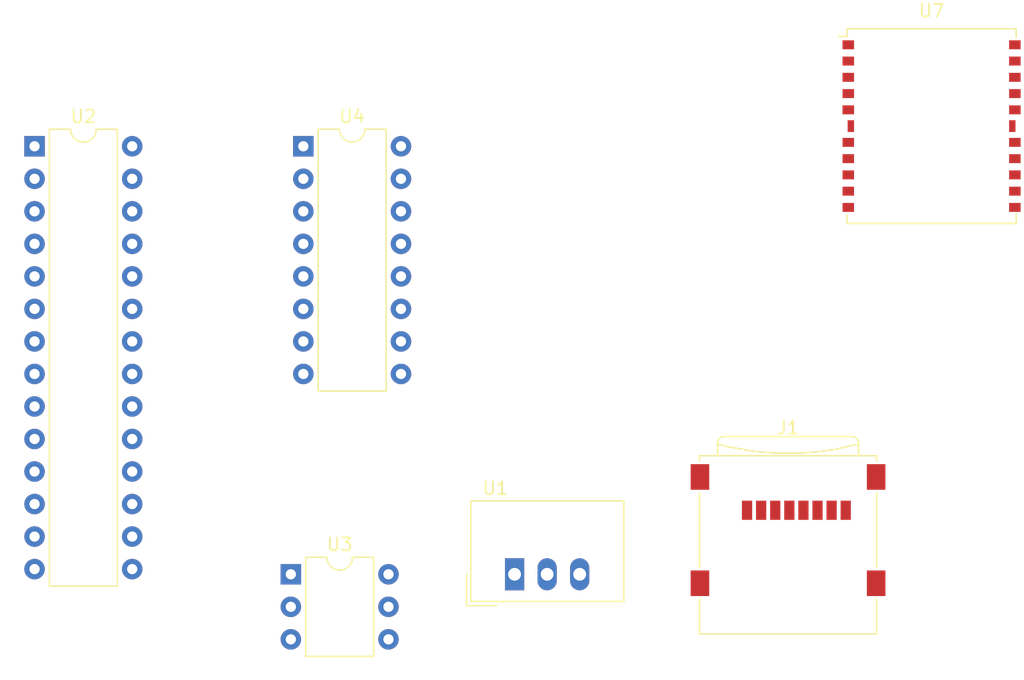
<source format=kicad_pcb>
(kicad_pcb (version 20171130) (host pcbnew "(5.0.1)-4")

  (general
    (thickness 1.6)
    (drawings 0)
    (tracks 0)
    (zones 0)
    (modules 6)
    (nets 5)
  )

  (page A4)
  (layers
    (0 F.Cu signal)
    (31 B.Cu signal)
    (32 B.Adhes user)
    (33 F.Adhes user)
    (34 B.Paste user)
    (35 F.Paste user)
    (36 B.SilkS user)
    (37 F.SilkS user)
    (38 B.Mask user)
    (39 F.Mask user)
    (40 Dwgs.User user)
    (41 Cmts.User user)
    (42 Eco1.User user)
    (43 Eco2.User user)
    (44 Edge.Cuts user)
    (45 Margin user)
    (46 B.CrtYd user)
    (47 F.CrtYd user)
    (48 B.Fab user)
    (49 F.Fab user)
  )

  (setup
    (last_trace_width 0.25)
    (trace_clearance 0.2)
    (zone_clearance 0.508)
    (zone_45_only no)
    (trace_min 0.2)
    (segment_width 0.2)
    (edge_width 0.15)
    (via_size 0.8)
    (via_drill 0.4)
    (via_min_size 0.4)
    (via_min_drill 0.3)
    (uvia_size 0.3)
    (uvia_drill 0.1)
    (uvias_allowed no)
    (uvia_min_size 0.2)
    (uvia_min_drill 0.1)
    (pcb_text_width 0.3)
    (pcb_text_size 1.5 1.5)
    (mod_edge_width 0.15)
    (mod_text_size 1 1)
    (mod_text_width 0.15)
    (pad_size 1.524 1.524)
    (pad_drill 0.762)
    (pad_to_mask_clearance 0.051)
    (solder_mask_min_width 0.25)
    (aux_axis_origin 0 0)
    (visible_elements FFFFFF7F)
    (pcbplotparams
      (layerselection 0x010fc_ffffffff)
      (usegerberextensions false)
      (usegerberattributes false)
      (usegerberadvancedattributes false)
      (creategerberjobfile false)
      (excludeedgelayer true)
      (linewidth 0.100000)
      (plotframeref false)
      (viasonmask false)
      (mode 1)
      (useauxorigin false)
      (hpglpennumber 1)
      (hpglpenspeed 20)
      (hpglpendiameter 15.000000)
      (psnegative false)
      (psa4output false)
      (plotreference true)
      (plotvalue true)
      (plotinvisibletext false)
      (padsonsilk false)
      (subtractmaskfromsilk false)
      (outputformat 1)
      (mirror false)
      (drillshape 1)
      (scaleselection 1)
      (outputdirectory ""))
  )

  (net 0 "")
  (net 1 "Net-(J1-Pad9)")
  (net 2 GND)
  (net 3 +5V)
  (net 4 "Net-(U7-Pad18)")

  (net_class Default "This is the default net class."
    (clearance 0.2)
    (trace_width 0.25)
    (via_dia 0.8)
    (via_drill 0.4)
    (uvia_dia 0.3)
    (uvia_drill 0.1)
    (add_net +5V)
    (add_net GND)
    (add_net "Net-(J1-Pad9)")
    (add_net "Net-(U7-Pad18)")
  )

  (module Connector_Card:microSD_HC_Wuerth_693072010801 (layer F.Cu) (tedit 5A1DBFB5) (tstamp 5CEAF1E9)
    (at 158.8 111.55)
    (descr http://katalog.we-online.de/em/datasheet/693072010801.pdf)
    (tags "Micro SD Wuerth Wurth Würth")
    (path /5CD37340)
    (attr smd)
    (fp_text reference J1 (at 0 -7.99) (layer F.SilkS)
      (effects (font (size 1 1) (thickness 0.15)))
    )
    (fp_text value Micro_SD_Card (at 0 9.22) (layer F.Fab)
      (effects (font (size 1 1) (thickness 0.15)))
    )
    (fp_text user %R (at 0 1.15) (layer F.Fab)
      (effects (font (size 1 1) (thickness 0.15)))
    )
    (fp_line (start -6.8 8) (end 6.8 8) (layer F.Fab) (width 0.1))
    (fp_line (start -6.8 -5.7) (end -6.8 8) (layer F.Fab) (width 0.1))
    (fp_line (start 6.8 -5.7) (end -6.8 -5.7) (layer F.Fab) (width 0.1))
    (fp_line (start 6.8 8) (end 6.8 -5.7) (layer F.Fab) (width 0.1))
    (fp_line (start 5 -6.61) (end 5.5 -6.71) (layer F.SilkS) (width 0.12))
    (fp_line (start 3.7 -6.31) (end 5 -6.61) (layer F.SilkS) (width 0.12))
    (fp_line (start 2.2 -6.11) (end 3.7 -6.31) (layer F.SilkS) (width 0.12))
    (fp_line (start 0.9 -6.01) (end 2.2 -6.11) (layer F.SilkS) (width 0.12))
    (fp_line (start -0.9 -6.01) (end 0.9 -6.01) (layer F.SilkS) (width 0.12))
    (fp_line (start -2.2 -6.11) (end -0.9 -6.01) (layer F.SilkS) (width 0.12))
    (fp_line (start -3 -6.21) (end -2.2 -6.11) (layer F.SilkS) (width 0.12))
    (fp_line (start -4.7 -6.51) (end -3 -6.21) (layer F.SilkS) (width 0.12))
    (fp_line (start -5.5 -6.71) (end -4.7 -6.51) (layer F.SilkS) (width 0.12))
    (fp_line (start -5 -7.31) (end 5 -7.31) (layer F.SilkS) (width 0.12))
    (fp_line (start -5.5 -5.81) (end -5.5 -6.81) (layer F.SilkS) (width 0.12))
    (fp_line (start 5.5 -5.81) (end 5.5 -6.81) (layer F.SilkS) (width 0.12))
    (fp_line (start -6.91 -5.81) (end 6.91 -5.81) (layer F.SilkS) (width 0.12))
    (fp_line (start 6.91 8.11) (end -6.91 8.11) (layer F.SilkS) (width 0.12))
    (fp_line (start 6.91 5.41) (end 6.91 8.11) (layer F.SilkS) (width 0.12))
    (fp_line (start 6.91 -5.81) (end 6.91 -5.41) (layer F.SilkS) (width 0.12))
    (fp_line (start 6.91 -2.89) (end 6.91 2.89) (layer F.SilkS) (width 0.12))
    (fp_line (start -6.91 5.41) (end -6.91 8.11) (layer F.SilkS) (width 0.12))
    (fp_line (start -6.91 -2.89) (end -6.91 2.89) (layer F.SilkS) (width 0.12))
    (fp_line (start -6.91 -5.81) (end -6.91 -5.41) (layer F.SilkS) (width 0.12))
    (fp_line (start 8.08 -6.2) (end 8.08 8.5) (layer F.CrtYd) (width 0.05))
    (fp_line (start 8.08 -6.2) (end -8.08 -6.2) (layer F.CrtYd) (width 0.05))
    (fp_line (start 8.08 8.5) (end -8.08 8.5) (layer F.CrtYd) (width 0.05))
    (fp_line (start -8.08 -6.2) (end -8.08 8.5) (layer F.CrtYd) (width 0.05))
    (fp_arc (start 5 -6.81) (end 5 -7.31) (angle 90) (layer F.SilkS) (width 0.12))
    (fp_arc (start -5 -6.81) (end -5.5 -6.81) (angle 90) (layer F.SilkS) (width 0.12))
    (pad 9 smd rect (at 6.875 -4.15) (size 1.45 2) (layers F.Cu F.Paste F.Mask)
      (net 1 "Net-(J1-Pad9)"))
    (pad 9 smd rect (at -6.875 -4.15) (size 1.45 2) (layers F.Cu F.Paste F.Mask)
      (net 1 "Net-(J1-Pad9)"))
    (pad 9 smd rect (at -6.875 4.15) (size 1.45 2) (layers F.Cu F.Paste F.Mask)
      (net 1 "Net-(J1-Pad9)"))
    (pad 9 smd rect (at 6.875 4.15) (size 1.45 2) (layers F.Cu F.Paste F.Mask)
      (net 1 "Net-(J1-Pad9)"))
    (pad 8 smd rect (at 4.5 -1.55) (size 0.8 1.5) (layers F.Cu F.Paste F.Mask))
    (pad 7 smd rect (at 3.4 -1.55) (size 0.8 1.5) (layers F.Cu F.Paste F.Mask))
    (pad 6 smd rect (at 2.3 -1.55) (size 0.8 1.5) (layers F.Cu F.Paste F.Mask))
    (pad 5 smd rect (at 1.2 -1.55) (size 0.8 1.5) (layers F.Cu F.Paste F.Mask))
    (pad 4 smd rect (at 0.1 -1.55) (size 0.8 1.5) (layers F.Cu F.Paste F.Mask))
    (pad 3 smd rect (at -1 -1.55) (size 0.8 1.5) (layers F.Cu F.Paste F.Mask))
    (pad 2 smd rect (at -2.1 -1.55) (size 0.8 1.5) (layers F.Cu F.Paste F.Mask))
    (pad 1 smd rect (at -3.2 -1.55) (size 0.8 1.5) (layers F.Cu F.Paste F.Mask))
    (model ${KISYS3DMOD}/Connector_Card.3dshapes/microSD_HC_Wuerth_693072010801.wrl
      (offset (xyz 0 -1.149999983968733 0))
      (scale (xyz 1 1 1))
      (rotate (xyz 0 0 0))
    )
  )

  (module Converter_DCDC:Converter_DCDC_TRACO_TSR-1_THT (layer F.Cu) (tedit 59FE1FB7) (tstamp 5CEAF200)
    (at 137.46 115)
    (descr "DCDC-Converter, TRACO, TSR 1-xxxx")
    (tags "DCDC-Converter TRACO TSR-1")
    (path /5CD27AA7)
    (fp_text reference U1 (at -1.5 -6.71) (layer F.SilkS)
      (effects (font (size 1 1) (thickness 0.15)))
    )
    (fp_text value TSR_1-2450 (at 2.5 3.25) (layer F.Fab)
      (effects (font (size 1 1) (thickness 0.15)))
    )
    (fp_text user %R (at 3 -3) (layer F.Fab)
      (effects (font (size 1 1) (thickness 0.15)))
    )
    (fp_line (start -3.75 2.45) (end -1.42 2.45) (layer F.SilkS) (width 0.12))
    (fp_line (start -3.75 0) (end -3.75 2.45) (layer F.SilkS) (width 0.12))
    (fp_line (start -3.3 1) (end -2.3 2) (layer F.Fab) (width 0.1))
    (fp_line (start -3.3 1) (end -3.3 -5.6) (layer F.Fab) (width 0.1))
    (fp_line (start 8.4 2) (end 8.4 -5.6) (layer F.Fab) (width 0.1))
    (fp_line (start -3.3 -5.6) (end 8.4 -5.6) (layer F.Fab) (width 0.1))
    (fp_line (start -3.55 2.25) (end -3.55 -5.85) (layer F.CrtYd) (width 0.05))
    (fp_line (start 8.65 2.25) (end -3.55 2.25) (layer F.CrtYd) (width 0.05))
    (fp_line (start 8.65 -5.85) (end 8.65 2.25) (layer F.CrtYd) (width 0.05))
    (fp_line (start -3.55 -5.85) (end 8.65 -5.85) (layer F.CrtYd) (width 0.05))
    (fp_line (start 8.52 2.12) (end -3.42 2.12) (layer F.SilkS) (width 0.12))
    (fp_line (start 8.52 -5.73) (end 8.52 2.12) (layer F.SilkS) (width 0.12))
    (fp_line (start -3.42 -5.73) (end 8.52 -5.73) (layer F.SilkS) (width 0.12))
    (fp_line (start -3.42 2.12) (end -3.42 -5.73) (layer F.SilkS) (width 0.12))
    (fp_line (start -2.3 2) (end 8.4 2) (layer F.Fab) (width 0.1))
    (pad 1 thru_hole rect (at 0 0) (size 1.5 2.5) (drill 1) (layers *.Cu *.Mask))
    (pad 2 thru_hole oval (at 2.54 0) (size 1.5 2.5) (drill 1) (layers *.Cu *.Mask)
      (net 2 GND))
    (pad 3 thru_hole oval (at 5.08 0) (size 1.5 2.5) (drill 1) (layers *.Cu *.Mask)
      (net 3 +5V))
    (model ${KISYS3DMOD}/Converter_DCDC.3dshapes/Converter_DCDC_TRACO_TSR-1_THT.wrl
      (at (xyz 0 0 0))
      (scale (xyz 1 1 1))
      (rotate (xyz 0 0 0))
    )
  )

  (module Package_DIP:DIP-28_W7.62mm (layer F.Cu) (tedit 5A02E8C5) (tstamp 5CEAF230)
    (at 100 81.575001)
    (descr "28-lead though-hole mounted DIP package, row spacing 7.62 mm (300 mils)")
    (tags "THT DIP DIL PDIP 2.54mm 7.62mm 300mil")
    (path /5CD29525)
    (fp_text reference U2 (at 3.81 -2.33) (layer F.SilkS)
      (effects (font (size 1 1) (thickness 0.15)))
    )
    (fp_text value ATmega328P-PU (at 3.81 35.35) (layer F.Fab)
      (effects (font (size 1 1) (thickness 0.15)))
    )
    (fp_arc (start 3.81 -1.33) (end 2.81 -1.33) (angle -180) (layer F.SilkS) (width 0.12))
    (fp_line (start 1.635 -1.27) (end 6.985 -1.27) (layer F.Fab) (width 0.1))
    (fp_line (start 6.985 -1.27) (end 6.985 34.29) (layer F.Fab) (width 0.1))
    (fp_line (start 6.985 34.29) (end 0.635 34.29) (layer F.Fab) (width 0.1))
    (fp_line (start 0.635 34.29) (end 0.635 -0.27) (layer F.Fab) (width 0.1))
    (fp_line (start 0.635 -0.27) (end 1.635 -1.27) (layer F.Fab) (width 0.1))
    (fp_line (start 2.81 -1.33) (end 1.16 -1.33) (layer F.SilkS) (width 0.12))
    (fp_line (start 1.16 -1.33) (end 1.16 34.35) (layer F.SilkS) (width 0.12))
    (fp_line (start 1.16 34.35) (end 6.46 34.35) (layer F.SilkS) (width 0.12))
    (fp_line (start 6.46 34.35) (end 6.46 -1.33) (layer F.SilkS) (width 0.12))
    (fp_line (start 6.46 -1.33) (end 4.81 -1.33) (layer F.SilkS) (width 0.12))
    (fp_line (start -1.1 -1.55) (end -1.1 34.55) (layer F.CrtYd) (width 0.05))
    (fp_line (start -1.1 34.55) (end 8.7 34.55) (layer F.CrtYd) (width 0.05))
    (fp_line (start 8.7 34.55) (end 8.7 -1.55) (layer F.CrtYd) (width 0.05))
    (fp_line (start 8.7 -1.55) (end -1.1 -1.55) (layer F.CrtYd) (width 0.05))
    (fp_text user %R (at 3.81 16.51) (layer F.Fab)
      (effects (font (size 1 1) (thickness 0.15)))
    )
    (pad 1 thru_hole rect (at 0 0) (size 1.6 1.6) (drill 0.8) (layers *.Cu *.Mask))
    (pad 15 thru_hole oval (at 7.62 33.02) (size 1.6 1.6) (drill 0.8) (layers *.Cu *.Mask))
    (pad 2 thru_hole oval (at 0 2.54) (size 1.6 1.6) (drill 0.8) (layers *.Cu *.Mask))
    (pad 16 thru_hole oval (at 7.62 30.48) (size 1.6 1.6) (drill 0.8) (layers *.Cu *.Mask))
    (pad 3 thru_hole oval (at 0 5.08) (size 1.6 1.6) (drill 0.8) (layers *.Cu *.Mask))
    (pad 17 thru_hole oval (at 7.62 27.94) (size 1.6 1.6) (drill 0.8) (layers *.Cu *.Mask))
    (pad 4 thru_hole oval (at 0 7.62) (size 1.6 1.6) (drill 0.8) (layers *.Cu *.Mask))
    (pad 18 thru_hole oval (at 7.62 25.4) (size 1.6 1.6) (drill 0.8) (layers *.Cu *.Mask))
    (pad 5 thru_hole oval (at 0 10.16) (size 1.6 1.6) (drill 0.8) (layers *.Cu *.Mask))
    (pad 19 thru_hole oval (at 7.62 22.86) (size 1.6 1.6) (drill 0.8) (layers *.Cu *.Mask))
    (pad 6 thru_hole oval (at 0 12.7) (size 1.6 1.6) (drill 0.8) (layers *.Cu *.Mask))
    (pad 20 thru_hole oval (at 7.62 20.32) (size 1.6 1.6) (drill 0.8) (layers *.Cu *.Mask)
      (net 3 +5V))
    (pad 7 thru_hole oval (at 0 15.24) (size 1.6 1.6) (drill 0.8) (layers *.Cu *.Mask)
      (net 3 +5V))
    (pad 21 thru_hole oval (at 7.62 17.78) (size 1.6 1.6) (drill 0.8) (layers *.Cu *.Mask))
    (pad 8 thru_hole oval (at 0 17.78) (size 1.6 1.6) (drill 0.8) (layers *.Cu *.Mask)
      (net 2 GND))
    (pad 22 thru_hole oval (at 7.62 15.24) (size 1.6 1.6) (drill 0.8) (layers *.Cu *.Mask)
      (net 2 GND))
    (pad 9 thru_hole oval (at 0 20.32) (size 1.6 1.6) (drill 0.8) (layers *.Cu *.Mask))
    (pad 23 thru_hole oval (at 7.62 12.7) (size 1.6 1.6) (drill 0.8) (layers *.Cu *.Mask))
    (pad 10 thru_hole oval (at 0 22.86) (size 1.6 1.6) (drill 0.8) (layers *.Cu *.Mask))
    (pad 24 thru_hole oval (at 7.62 10.16) (size 1.6 1.6) (drill 0.8) (layers *.Cu *.Mask))
    (pad 11 thru_hole oval (at 0 25.4) (size 1.6 1.6) (drill 0.8) (layers *.Cu *.Mask))
    (pad 25 thru_hole oval (at 7.62 7.62) (size 1.6 1.6) (drill 0.8) (layers *.Cu *.Mask))
    (pad 12 thru_hole oval (at 0 27.94) (size 1.6 1.6) (drill 0.8) (layers *.Cu *.Mask))
    (pad 26 thru_hole oval (at 7.62 5.08) (size 1.6 1.6) (drill 0.8) (layers *.Cu *.Mask))
    (pad 13 thru_hole oval (at 0 30.48) (size 1.6 1.6) (drill 0.8) (layers *.Cu *.Mask))
    (pad 27 thru_hole oval (at 7.62 2.54) (size 1.6 1.6) (drill 0.8) (layers *.Cu *.Mask))
    (pad 14 thru_hole oval (at 0 33.02) (size 1.6 1.6) (drill 0.8) (layers *.Cu *.Mask))
    (pad 28 thru_hole oval (at 7.62 0) (size 1.6 1.6) (drill 0.8) (layers *.Cu *.Mask))
    (model ${KISYS3DMOD}/Package_DIP.3dshapes/DIP-28_W7.62mm.wrl
      (at (xyz 0 0 0))
      (scale (xyz 1 1 1))
      (rotate (xyz 0 0 0))
    )
  )

  (module Package_DIP:DIP-6_W7.62mm (layer F.Cu) (tedit 5A02E8C5) (tstamp 5CEAF61D)
    (at 120 115)
    (descr "6-lead though-hole mounted DIP package, row spacing 7.62 mm (300 mils)")
    (tags "THT DIP DIL PDIP 2.54mm 7.62mm 300mil")
    (path /5CD27C48)
    (fp_text reference U3 (at 3.81 -2.33) (layer F.SilkS)
      (effects (font (size 1 1) (thickness 0.15)))
    )
    (fp_text value 4N25 (at 3.81 7.41) (layer F.Fab)
      (effects (font (size 1 1) (thickness 0.15)))
    )
    (fp_arc (start 3.81 -1.33) (end 2.81 -1.33) (angle -180) (layer F.SilkS) (width 0.12))
    (fp_line (start 1.635 -1.27) (end 6.985 -1.27) (layer F.Fab) (width 0.1))
    (fp_line (start 6.985 -1.27) (end 6.985 6.35) (layer F.Fab) (width 0.1))
    (fp_line (start 6.985 6.35) (end 0.635 6.35) (layer F.Fab) (width 0.1))
    (fp_line (start 0.635 6.35) (end 0.635 -0.27) (layer F.Fab) (width 0.1))
    (fp_line (start 0.635 -0.27) (end 1.635 -1.27) (layer F.Fab) (width 0.1))
    (fp_line (start 2.81 -1.33) (end 1.16 -1.33) (layer F.SilkS) (width 0.12))
    (fp_line (start 1.16 -1.33) (end 1.16 6.41) (layer F.SilkS) (width 0.12))
    (fp_line (start 1.16 6.41) (end 6.46 6.41) (layer F.SilkS) (width 0.12))
    (fp_line (start 6.46 6.41) (end 6.46 -1.33) (layer F.SilkS) (width 0.12))
    (fp_line (start 6.46 -1.33) (end 4.81 -1.33) (layer F.SilkS) (width 0.12))
    (fp_line (start -1.1 -1.55) (end -1.1 6.6) (layer F.CrtYd) (width 0.05))
    (fp_line (start -1.1 6.6) (end 8.7 6.6) (layer F.CrtYd) (width 0.05))
    (fp_line (start 8.7 6.6) (end 8.7 -1.55) (layer F.CrtYd) (width 0.05))
    (fp_line (start 8.7 -1.55) (end -1.1 -1.55) (layer F.CrtYd) (width 0.05))
    (fp_text user %R (at 3.81 2.54) (layer F.Fab)
      (effects (font (size 1 1) (thickness 0.15)))
    )
    (pad 1 thru_hole rect (at 0 0) (size 1.6 1.6) (drill 0.8) (layers *.Cu *.Mask))
    (pad 4 thru_hole oval (at 7.62 5.08) (size 1.6 1.6) (drill 0.8) (layers *.Cu *.Mask))
    (pad 2 thru_hole oval (at 0 2.54) (size 1.6 1.6) (drill 0.8) (layers *.Cu *.Mask))
    (pad 5 thru_hole oval (at 7.62 2.54) (size 1.6 1.6) (drill 0.8) (layers *.Cu *.Mask))
    (pad 3 thru_hole oval (at 0 5.08) (size 1.6 1.6) (drill 0.8) (layers *.Cu *.Mask))
    (pad 6 thru_hole oval (at 7.62 0) (size 1.6 1.6) (drill 0.8) (layers *.Cu *.Mask))
    (model ${KISYS3DMOD}/Package_DIP.3dshapes/DIP-6_W7.62mm.wrl
      (at (xyz 0 0 0))
      (scale (xyz 1 1 1))
      (rotate (xyz 0 0 0))
    )
  )

  (module Package_DIP:DIP-16_W7.62mm (layer F.Cu) (tedit 5A02E8C5) (tstamp 5CEAF26E)
    (at 120.975001 81.575001)
    (descr "16-lead though-hole mounted DIP package, row spacing 7.62 mm (300 mils)")
    (tags "THT DIP DIL PDIP 2.54mm 7.62mm 300mil")
    (path /5CD29190)
    (fp_text reference U4 (at 3.81 -2.33) (layer F.SilkS)
      (effects (font (size 1 1) (thickness 0.15)))
    )
    (fp_text value L293D (at 3.81 20.11) (layer F.Fab)
      (effects (font (size 1 1) (thickness 0.15)))
    )
    (fp_arc (start 3.81 -1.33) (end 2.81 -1.33) (angle -180) (layer F.SilkS) (width 0.12))
    (fp_line (start 1.635 -1.27) (end 6.985 -1.27) (layer F.Fab) (width 0.1))
    (fp_line (start 6.985 -1.27) (end 6.985 19.05) (layer F.Fab) (width 0.1))
    (fp_line (start 6.985 19.05) (end 0.635 19.05) (layer F.Fab) (width 0.1))
    (fp_line (start 0.635 19.05) (end 0.635 -0.27) (layer F.Fab) (width 0.1))
    (fp_line (start 0.635 -0.27) (end 1.635 -1.27) (layer F.Fab) (width 0.1))
    (fp_line (start 2.81 -1.33) (end 1.16 -1.33) (layer F.SilkS) (width 0.12))
    (fp_line (start 1.16 -1.33) (end 1.16 19.11) (layer F.SilkS) (width 0.12))
    (fp_line (start 1.16 19.11) (end 6.46 19.11) (layer F.SilkS) (width 0.12))
    (fp_line (start 6.46 19.11) (end 6.46 -1.33) (layer F.SilkS) (width 0.12))
    (fp_line (start 6.46 -1.33) (end 4.81 -1.33) (layer F.SilkS) (width 0.12))
    (fp_line (start -1.1 -1.55) (end -1.1 19.3) (layer F.CrtYd) (width 0.05))
    (fp_line (start -1.1 19.3) (end 8.7 19.3) (layer F.CrtYd) (width 0.05))
    (fp_line (start 8.7 19.3) (end 8.7 -1.55) (layer F.CrtYd) (width 0.05))
    (fp_line (start 8.7 -1.55) (end -1.1 -1.55) (layer F.CrtYd) (width 0.05))
    (fp_text user %R (at 3.81 8.89) (layer F.Fab)
      (effects (font (size 1 1) (thickness 0.15)))
    )
    (pad 1 thru_hole rect (at 0 0) (size 1.6 1.6) (drill 0.8) (layers *.Cu *.Mask))
    (pad 9 thru_hole oval (at 7.62 17.78) (size 1.6 1.6) (drill 0.8) (layers *.Cu *.Mask))
    (pad 2 thru_hole oval (at 0 2.54) (size 1.6 1.6) (drill 0.8) (layers *.Cu *.Mask))
    (pad 10 thru_hole oval (at 7.62 15.24) (size 1.6 1.6) (drill 0.8) (layers *.Cu *.Mask))
    (pad 3 thru_hole oval (at 0 5.08) (size 1.6 1.6) (drill 0.8) (layers *.Cu *.Mask))
    (pad 11 thru_hole oval (at 7.62 12.7) (size 1.6 1.6) (drill 0.8) (layers *.Cu *.Mask))
    (pad 4 thru_hole oval (at 0 7.62) (size 1.6 1.6) (drill 0.8) (layers *.Cu *.Mask)
      (net 2 GND))
    (pad 12 thru_hole oval (at 7.62 10.16) (size 1.6 1.6) (drill 0.8) (layers *.Cu *.Mask)
      (net 2 GND))
    (pad 5 thru_hole oval (at 0 10.16) (size 1.6 1.6) (drill 0.8) (layers *.Cu *.Mask)
      (net 2 GND))
    (pad 13 thru_hole oval (at 7.62 7.62) (size 1.6 1.6) (drill 0.8) (layers *.Cu *.Mask)
      (net 2 GND))
    (pad 6 thru_hole oval (at 0 12.7) (size 1.6 1.6) (drill 0.8) (layers *.Cu *.Mask))
    (pad 14 thru_hole oval (at 7.62 5.08) (size 1.6 1.6) (drill 0.8) (layers *.Cu *.Mask))
    (pad 7 thru_hole oval (at 0 15.24) (size 1.6 1.6) (drill 0.8) (layers *.Cu *.Mask))
    (pad 15 thru_hole oval (at 7.62 2.54) (size 1.6 1.6) (drill 0.8) (layers *.Cu *.Mask))
    (pad 8 thru_hole oval (at 0 17.78) (size 1.6 1.6) (drill 0.8) (layers *.Cu *.Mask))
    (pad 16 thru_hole oval (at 7.62 0) (size 1.6 1.6) (drill 0.8) (layers *.Cu *.Mask))
    (model ${KISYS3DMOD}/Package_DIP.3dshapes/DIP-16_W7.62mm.wrl
      (at (xyz 0 0 0))
      (scale (xyz 1 1 1))
      (rotate (xyz 0 0 0))
    )
  )

  (module RF_Module:Linx_RXM-GPS (layer F.Cu) (tedit 5A030172) (tstamp 5CEAF29E)
    (at 170 80)
    (descr "GPS Module, Linx")
    (tags "gps linx")
    (path /5CD37225)
    (attr smd)
    (fp_text reference U7 (at 0 -9) (layer F.SilkS)
      (effects (font (size 1 1) (thickness 0.15)))
    )
    (fp_text value RXM-GPS-RM (at 0 -3) (layer F.Fab)
      (effects (font (size 1 1) (thickness 0.15)))
    )
    (fp_text user "on the other side" (at 0.02 6.74) (layer Cmts.User)
      (effects (font (size 0.8 0.8) (thickness 0.1)))
    )
    (fp_text user "Keepout Area" (at 0 -6.44) (layer Cmts.User)
      (effects (font (size 1 1) (thickness 0.1)))
    )
    (fp_line (start -7.2 7.75) (end 7.2 -7.75) (layer Dwgs.User) (width 0.05))
    (fp_line (start -7.2 -7.75) (end 7.2 7.75) (layer Dwgs.User) (width 0.05))
    (fp_text user %R (at 0 0) (layer F.Fab)
      (effects (font (size 1 1) (thickness 0.1)))
    )
    (fp_line (start 7.2 7.75) (end 7.2 -7.75) (layer F.CrtYd) (width 0.05))
    (fp_line (start -7.2 7.75) (end 7.2 7.75) (layer F.CrtYd) (width 0.05))
    (fp_line (start -7.2 -7.75) (end -7.2 7.75) (layer F.CrtYd) (width 0.05))
    (fp_line (start -7.2 -7.75) (end 7.2 -7.75) (layer F.CrtYd) (width 0.05))
    (fp_line (start -5.23 -7.5) (end -6.5 -6.23) (layer F.Fab) (width 0.1))
    (fp_line (start 6.6 7.6) (end 6.6 6.85) (layer F.SilkS) (width 0.12))
    (fp_line (start -6.6 7.6) (end 6.6 7.6) (layer F.SilkS) (width 0.12))
    (fp_line (start -6.6 6.95) (end -6.6 7.6) (layer F.SilkS) (width 0.12))
    (fp_line (start 6.6 -7.6) (end 6.6 -6.9) (layer F.SilkS) (width 0.12))
    (fp_line (start -6.6 -7.6) (end 6.6 -7.6) (layer F.SilkS) (width 0.12))
    (fp_line (start -6.6 -7) (end -6.6 -7.6) (layer F.SilkS) (width 0.12))
    (fp_line (start -6.6 -7) (end -7.3 -7) (layer F.SilkS) (width 0.12))
    (fp_line (start 6.5 -7.5) (end -5.23 -7.5) (layer F.Fab) (width 0.1))
    (fp_line (start 6.5 7.5) (end 6.5 -7.5) (layer F.Fab) (width 0.1))
    (fp_line (start -6.5 7.5) (end 6.5 7.5) (layer F.Fab) (width 0.1))
    (fp_line (start -6.5 -6.23) (end -6.5 7.5) (layer F.Fab) (width 0.1))
    (fp_text user "Only GND" (at 0.04 5.31) (layer Cmts.User)
      (effects (font (size 0.8 0.8) (thickness 0.1)))
    )
    (pad 10 smd rect (at -6.5 6.35 90) (size 0.7 0.9) (layers F.Cu F.Paste F.Mask))
    (pad 9 smd rect (at -6.5 5.08 90) (size 0.7 0.9) (layers F.Cu F.Paste F.Mask))
    (pad 8 smd rect (at -6.5 3.81 90) (size 0.7 0.9) (layers F.Cu F.Paste F.Mask))
    (pad 7 smd rect (at -6.5 2.54 90) (size 0.7 0.9) (layers F.Cu F.Paste F.Mask))
    (pad 6 smd rect (at -6.5 1.27 90) (size 0.7 0.9) (layers F.Cu F.Paste F.Mask))
    (pad 21 smd rect (at -6.3 0 90) (size 0.92 0.5) (layers F.Cu F.Paste F.Mask)
      (net 4 "Net-(U7-Pad18)"))
    (pad 5 smd rect (at -6.5 -1.27 90) (size 0.7 0.9) (layers F.Cu F.Paste F.Mask))
    (pad 4 smd rect (at -6.5 -2.54 90) (size 0.7 0.9) (layers F.Cu F.Paste F.Mask))
    (pad 3 smd rect (at -6.5 -3.81 90) (size 0.7 0.9) (layers F.Cu F.Paste F.Mask))
    (pad 2 smd rect (at -6.5 -5.08 90) (size 0.7 0.9) (layers F.Cu F.Paste F.Mask))
    (pad 1 smd rect (at -6.5 -6.35 90) (size 0.7 0.9) (layers F.Cu F.Paste F.Mask))
    (pad 20 smd rect (at 6.5 -6.35 90) (size 0.7 0.9) (layers F.Cu F.Paste F.Mask)
      (net 4 "Net-(U7-Pad18)"))
    (pad 19 smd rect (at 6.5 -5.08 90) (size 0.7 0.9) (layers F.Cu F.Paste F.Mask))
    (pad 18 smd rect (at 6.5 -3.81 90) (size 0.7 0.9) (layers F.Cu F.Paste F.Mask)
      (net 4 "Net-(U7-Pad18)"))
    (pad 17 smd rect (at 6.5 -2.54 90) (size 0.7 0.9) (layers F.Cu F.Paste F.Mask))
    (pad 16 smd rect (at 6.5 -1.27 90) (size 0.7 0.9) (layers F.Cu F.Paste F.Mask))
    (pad 22 smd rect (at 6.3 0 90) (size 0.92 0.5) (layers F.Cu F.Paste F.Mask)
      (net 4 "Net-(U7-Pad18)"))
    (pad 15 smd rect (at 6.5 1.27 90) (size 0.7 0.9) (layers F.Cu F.Paste F.Mask))
    (pad 14 smd rect (at 6.5 2.54 90) (size 0.7 0.9) (layers F.Cu F.Paste F.Mask))
    (pad 13 smd rect (at 6.5 3.81 90) (size 0.7 0.9) (layers F.Cu F.Paste F.Mask))
    (pad 12 smd rect (at 6.5 5.08 90) (size 0.7 0.9) (layers F.Cu F.Paste F.Mask))
    (pad 11 smd rect (at 6.5 6.35 90) (size 0.7 0.9) (layers F.Cu F.Paste F.Mask))
    (model ${KISYS3DMOD}/RF_Module.3dshapes/Linx_RXM-GPS.wrl
      (at (xyz 0 0 0))
      (scale (xyz 1 1 1))
      (rotate (xyz 0 0 0))
    )
  )

)

</source>
